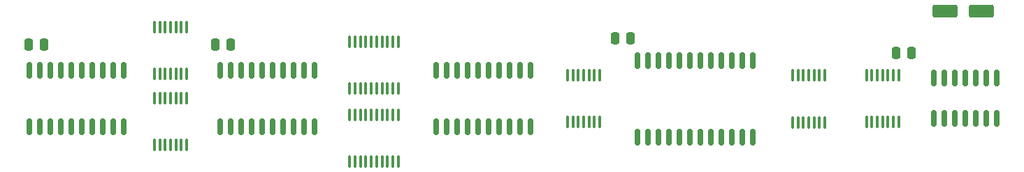
<source format=gbr>
%TF.GenerationSoftware,KiCad,Pcbnew,(6.0.0-0)*%
%TF.CreationDate,2022-01-19T10:51:19-05:00*%
%TF.ProjectId,Control_and_Output,436f6e74-726f-46c5-9f61-6e645f4f7574,rev?*%
%TF.SameCoordinates,Original*%
%TF.FileFunction,Paste,Top*%
%TF.FilePolarity,Positive*%
%FSLAX46Y46*%
G04 Gerber Fmt 4.6, Leading zero omitted, Abs format (unit mm)*
G04 Created by KiCad (PCBNEW (6.0.0-0)) date 2022-01-19 10:51:19*
%MOMM*%
%LPD*%
G01*
G04 APERTURE LIST*
G04 Aperture macros list*
%AMRoundRect*
0 Rectangle with rounded corners*
0 $1 Rounding radius*
0 $2 $3 $4 $5 $6 $7 $8 $9 X,Y pos of 4 corners*
0 Add a 4 corners polygon primitive as box body*
4,1,4,$2,$3,$4,$5,$6,$7,$8,$9,$2,$3,0*
0 Add four circle primitives for the rounded corners*
1,1,$1+$1,$2,$3*
1,1,$1+$1,$4,$5*
1,1,$1+$1,$6,$7*
1,1,$1+$1,$8,$9*
0 Add four rect primitives between the rounded corners*
20,1,$1+$1,$2,$3,$4,$5,0*
20,1,$1+$1,$4,$5,$6,$7,0*
20,1,$1+$1,$6,$7,$8,$9,0*
20,1,$1+$1,$8,$9,$2,$3,0*%
G04 Aperture macros list end*
%ADD10RoundRect,0.250000X1.250000X0.550000X-1.250000X0.550000X-1.250000X-0.550000X1.250000X-0.550000X0*%
%ADD11RoundRect,0.100000X0.100000X-0.637500X0.100000X0.637500X-0.100000X0.637500X-0.100000X-0.637500X0*%
%ADD12RoundRect,0.150000X0.150000X-0.837500X0.150000X0.837500X-0.150000X0.837500X-0.150000X-0.837500X0*%
%ADD13RoundRect,0.150000X0.150000X-0.825000X0.150000X0.825000X-0.150000X0.825000X-0.150000X-0.825000X0*%
%ADD14RoundRect,0.150000X0.150000X-0.875000X0.150000X0.875000X-0.150000X0.875000X-0.150000X-0.875000X0*%
%ADD15RoundRect,0.250000X0.250000X0.475000X-0.250000X0.475000X-0.250000X-0.475000X0.250000X-0.475000X0*%
G04 APERTURE END LIST*
D10*
%TO.C,C5*%
X211750000Y-94488000D03*
X207350000Y-94488000D03*
%TD*%
D11*
%TO.C,U7*%
X197836000Y-108018500D03*
X198486000Y-108018500D03*
X199136000Y-108018500D03*
X199786000Y-108018500D03*
X200436000Y-108018500D03*
X201086000Y-108018500D03*
X201736000Y-108018500D03*
X201736000Y-102293500D03*
X201086000Y-102293500D03*
X200436000Y-102293500D03*
X199786000Y-102293500D03*
X199136000Y-102293500D03*
X198486000Y-102293500D03*
X197836000Y-102293500D03*
%TD*%
D12*
%TO.C,U2*%
X96393000Y-108618500D03*
X97663000Y-108618500D03*
X98933000Y-108618500D03*
X100203000Y-108618500D03*
X101473000Y-108618500D03*
X102743000Y-108618500D03*
X104013000Y-108618500D03*
X105283000Y-108618500D03*
X106553000Y-108618500D03*
X107823000Y-108618500D03*
X107823000Y-101693500D03*
X106553000Y-101693500D03*
X105283000Y-101693500D03*
X104013000Y-101693500D03*
X102743000Y-101693500D03*
X101473000Y-101693500D03*
X100203000Y-101693500D03*
X98933000Y-101693500D03*
X97663000Y-101693500D03*
X96393000Y-101693500D03*
%TD*%
D13*
%TO.C,U10*%
X206026000Y-107567000D03*
X207296000Y-107567000D03*
X208566000Y-107567000D03*
X209836000Y-107567000D03*
X211106000Y-107567000D03*
X212376000Y-107567000D03*
X213646000Y-107567000D03*
X213646000Y-102617000D03*
X212376000Y-102617000D03*
X211106000Y-102617000D03*
X209836000Y-102617000D03*
X208566000Y-102617000D03*
X207296000Y-102617000D03*
X206026000Y-102617000D03*
%TD*%
D11*
%TO.C,U9*%
X188896000Y-108028500D03*
X189546000Y-108028500D03*
X190196000Y-108028500D03*
X190846000Y-108028500D03*
X191496000Y-108028500D03*
X192146000Y-108028500D03*
X192796000Y-108028500D03*
X192796000Y-102303500D03*
X192146000Y-102303500D03*
X191496000Y-102303500D03*
X190846000Y-102303500D03*
X190196000Y-102303500D03*
X189546000Y-102303500D03*
X188896000Y-102303500D03*
%TD*%
D12*
%TO.C,U4*%
X119573000Y-108618500D03*
X120843000Y-108618500D03*
X122113000Y-108618500D03*
X123383000Y-108618500D03*
X124653000Y-108618500D03*
X125923000Y-108618500D03*
X127193000Y-108618500D03*
X128463000Y-108618500D03*
X129733000Y-108618500D03*
X131003000Y-108618500D03*
X131003000Y-101693500D03*
X129733000Y-101693500D03*
X128463000Y-101693500D03*
X127193000Y-101693500D03*
X125923000Y-101693500D03*
X124653000Y-101693500D03*
X123383000Y-101693500D03*
X122113000Y-101693500D03*
X120843000Y-101693500D03*
X119573000Y-101693500D03*
%TD*%
D11*
%TO.C,U11*%
X135251000Y-112844500D03*
X135901000Y-112844500D03*
X136551000Y-112844500D03*
X137201000Y-112844500D03*
X137851000Y-112844500D03*
X138501000Y-112844500D03*
X139151000Y-112844500D03*
X139801000Y-112844500D03*
X140451000Y-112844500D03*
X141101000Y-112844500D03*
X141101000Y-107119500D03*
X140451000Y-107119500D03*
X139801000Y-107119500D03*
X139151000Y-107119500D03*
X138501000Y-107119500D03*
X137851000Y-107119500D03*
X137201000Y-107119500D03*
X136551000Y-107119500D03*
X135901000Y-107119500D03*
X135251000Y-107119500D03*
%TD*%
%TO.C,U8*%
X161626000Y-108018500D03*
X162276000Y-108018500D03*
X162926000Y-108018500D03*
X163576000Y-108018500D03*
X164226000Y-108018500D03*
X164876000Y-108018500D03*
X165526000Y-108018500D03*
X165526000Y-102293500D03*
X164876000Y-102293500D03*
X164226000Y-102293500D03*
X163576000Y-102293500D03*
X162926000Y-102293500D03*
X162276000Y-102293500D03*
X161626000Y-102293500D03*
%TD*%
%TO.C,U12*%
X111588000Y-110812500D03*
X112238000Y-110812500D03*
X112888000Y-110812500D03*
X113538000Y-110812500D03*
X114188000Y-110812500D03*
X114838000Y-110812500D03*
X115488000Y-110812500D03*
X115488000Y-105087500D03*
X114838000Y-105087500D03*
X114188000Y-105087500D03*
X113538000Y-105087500D03*
X112888000Y-105087500D03*
X112238000Y-105087500D03*
X111588000Y-105087500D03*
%TD*%
D14*
%TO.C,U3*%
X170091000Y-109846000D03*
X171361000Y-109846000D03*
X172631000Y-109846000D03*
X173901000Y-109846000D03*
X175171000Y-109846000D03*
X176441000Y-109846000D03*
X177711000Y-109846000D03*
X178981000Y-109846000D03*
X180251000Y-109846000D03*
X181521000Y-109846000D03*
X182791000Y-109846000D03*
X184061000Y-109846000D03*
X184061000Y-100546000D03*
X182791000Y-100546000D03*
X181521000Y-100546000D03*
X180251000Y-100546000D03*
X178981000Y-100546000D03*
X177711000Y-100546000D03*
X176441000Y-100546000D03*
X175171000Y-100546000D03*
X173901000Y-100546000D03*
X172631000Y-100546000D03*
X171361000Y-100546000D03*
X170091000Y-100546000D03*
%TD*%
D15*
%TO.C,C4*%
X169250000Y-97800000D03*
X167350000Y-97800000D03*
%TD*%
%TO.C,C1*%
X98232000Y-98552000D03*
X96332000Y-98552000D03*
%TD*%
%TO.C,C3*%
X203322000Y-99568000D03*
X201422000Y-99568000D03*
%TD*%
D11*
%TO.C,U1*%
X111588000Y-102176500D03*
X112238000Y-102176500D03*
X112888000Y-102176500D03*
X113538000Y-102176500D03*
X114188000Y-102176500D03*
X114838000Y-102176500D03*
X115488000Y-102176500D03*
X115488000Y-96451500D03*
X114838000Y-96451500D03*
X114188000Y-96451500D03*
X113538000Y-96451500D03*
X112888000Y-96451500D03*
X112238000Y-96451500D03*
X111588000Y-96451500D03*
%TD*%
%TO.C,U5*%
X135251000Y-103954500D03*
X135901000Y-103954500D03*
X136551000Y-103954500D03*
X137201000Y-103954500D03*
X137851000Y-103954500D03*
X138501000Y-103954500D03*
X139151000Y-103954500D03*
X139801000Y-103954500D03*
X140451000Y-103954500D03*
X141101000Y-103954500D03*
X141101000Y-98229500D03*
X140451000Y-98229500D03*
X139801000Y-98229500D03*
X139151000Y-98229500D03*
X138501000Y-98229500D03*
X137851000Y-98229500D03*
X137201000Y-98229500D03*
X136551000Y-98229500D03*
X135901000Y-98229500D03*
X135251000Y-98229500D03*
%TD*%
D12*
%TO.C,U6*%
X145669000Y-108618500D03*
X146939000Y-108618500D03*
X148209000Y-108618500D03*
X149479000Y-108618500D03*
X150749000Y-108618500D03*
X152019000Y-108618500D03*
X153289000Y-108618500D03*
X154559000Y-108618500D03*
X155829000Y-108618500D03*
X157099000Y-108618500D03*
X157099000Y-101693500D03*
X155829000Y-101693500D03*
X154559000Y-101693500D03*
X153289000Y-101693500D03*
X152019000Y-101693500D03*
X150749000Y-101693500D03*
X149479000Y-101693500D03*
X148209000Y-101693500D03*
X146939000Y-101693500D03*
X145669000Y-101693500D03*
%TD*%
D15*
%TO.C,C2*%
X120838000Y-98552000D03*
X118938000Y-98552000D03*
%TD*%
M02*

</source>
